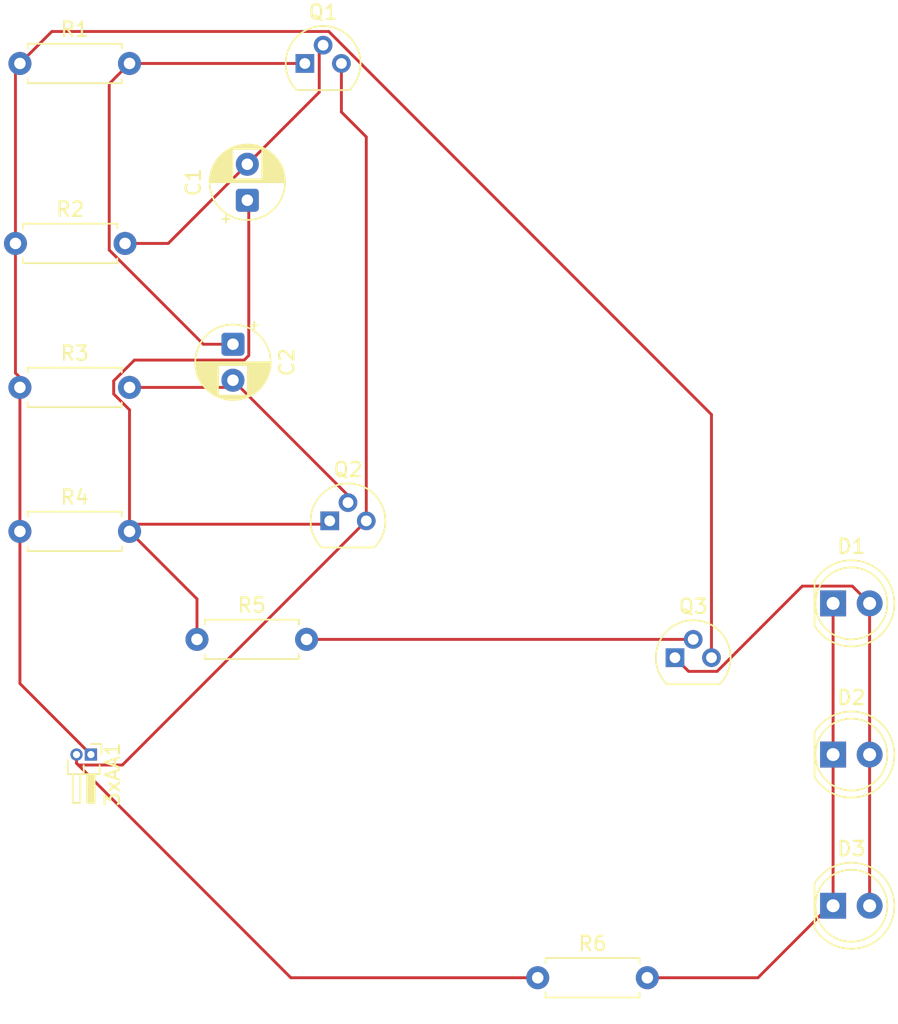
<source format=kicad_pcb>
(kicad_pcb (version 20241229) (generator "pcbnew") (generator_version "9.0")
  (layers (0 "F.Cu" signal) (2 "B.Cu" signal) (13 "F.Paste" user) (15 "B.Paste" user) (5 "F.SilkS" user "F.Silkscreen") (7 "B.SilkS" user "B.Silkscreen") (1 "F.Mask" user) (3 "B.Mask" user) (25 "Edge.Cuts" user))
  (net 0 "")
  (net 1 "Net-(3xAA1-+)")
  (net 2 "Net-(3xAA1--)")
  (net 3 "Net-(Q1-B)")
  (net 4 "Net-(Q2-C)")
  (net 5 "Net-(Q2-B)")
  (net 6 "Net-(Q1-C)")
  (net 7 "Net-(D1-K)")
  (net 8 "Net-(D1-A)")
  (net 9 "Net-(Q3-B)")
  (footprint "Package_TO_SOT_THT:TO-92" (layer "F.Cu") (at 87.5 21.5)
    (property "Reference" "Q1" (at 1.27 -3.56 0) (layer "F.SilkS"))
    (property "Value" "NPN")
    (fp_line (start -0.53 1.85) (end 3.07 1.85) (stroke (width 0.12)) (layer "F.SilkS"))
    (fp_arc (start -0.568478 1.838478) (mid -1.132087 -0.994977) (end 1.27 -2.6) (stroke (width 0.12)) (layer "F.SilkS"))
    (fp_arc (start 1.27 -2.6) (mid 3.672087 -0.994977) (end 3.108478 1.838478) (stroke (width 0.12)) (layer "F.SilkS"))
    (pad "1" thru_hole rect (at 0 0) (size 1.3 1.3) (drill 0.75) (layers "*.Cu" "*.Mask") (net 6 "Net-(Q1-C)"))
    (pad "2" thru_hole circle (at 1.27 -1.27) (size 1.3 1.3) (drill 0.75) (layers "*.Cu" "*.Mask") (net 3 "Net-(Q1-B)"))
    (pad "3" thru_hole circle (at 2.54 0) (size 1.3 1.3) (drill 0.75) (layers "*.Cu" "*.Mask") (net 2 "Net-(3xAA1--)"))
  )
  (footprint "Capacitor_THT:CP_Radial_D5.0mm_P2.50mm" (layer "F.Cu") (at 83.5 31 90)
    (property "Reference" "C1" (at 1.25 -3.75 90) (layer "F.SilkS"))
    (property "Value" "10μF")
    (fp_line (start 1.29 -2.58) (end 1.29 2.58) (stroke (width 0.12)) (layer "F.SilkS"))
    (fp_line (start 1.25 -2.58) (end 1.25 2.58) (stroke (width 0.12)) (layer "F.SilkS"))
    (fp_line (start 1.33 -2.579) (end 1.33 2.579) (stroke (width 0.12)) (layer "F.SilkS"))
    (fp_line (start 1.37 -2.577) (end 1.37 2.577) (stroke (width 0.12)) (layer "F.SilkS"))
    (fp_line (start 1.41 -2.575) (end 1.41 2.575) (stroke (width 0.12)) (layer "F.SilkS"))
    (fp_line (start 1.45 -2.572) (end 1.45 2.572) (stroke (width 0.12)) (layer "F.SilkS"))
    (fp_line (start 1.49 -2.569) (end 1.49 -1.04) (stroke (width 0.12)) (layer "F.SilkS"))
    (fp_line (start 1.53 -2.565) (end 1.53 -1.04) (stroke (width 0.12)) (layer "F.SilkS"))
    (fp_line (start 1.57 -2.56) (end 1.57 -1.04) (stroke (width 0.12)) (layer "F.SilkS"))
    (fp_line (start 1.61 -2.555) (end 1.61 -1.04) (stroke (width 0.12)) (layer "F.SilkS"))
    (fp_line (start 1.65 -2.549) (end 1.65 -1.04) (stroke (width 0.12)) (layer "F.SilkS"))
    (fp_line (start 1.69 -2.543) (end 1.69 -1.04) (stroke (width 0.12)) (layer "F.SilkS"))
    (fp_line (start 1.73 -2.536) (end 1.73 -1.04) (stroke (width 0.12)) (layer "F.SilkS"))
    (fp_line (start 1.77 -2.528) (end 1.77 -1.04) (stroke (width 0.12)) (layer "F.SilkS"))
    (fp_line (start 1.81 -2.519) (end 1.81 -1.04) (stroke (width 0.12)) (layer "F.SilkS"))
    (fp_line (start 1.85 -2.51) (end 1.85 -1.04) (stroke (width 0.12)) (layer "F.SilkS"))
    (fp_line (start 1.89 -2.501) (end 1.89 -1.04) (stroke (width 0.12)) (layer "F.SilkS"))
    (fp_line (start 1.93 -2.49) (end 1.93 -1.04) (stroke (width 0.12)) (layer "F.SilkS"))
    (fp_line (start 1.97 -2.479) (end 1.97 -1.04) (stroke (width 0.12)) (layer "F.SilkS"))
    (fp_line (start 2.01 -2.467) (end 2.01 -1.04) (stroke (width 0.12)) (layer "F.SilkS"))
    (fp_line (start 2.05 -2.455) (end 2.05 -1.04) (stroke (width 0.12)) (layer "F.SilkS"))
    (fp_line (start 2.09 -2.442) (end 2.09 -1.04) (stroke (width 0.12)) (layer "F.SilkS"))
    (fp_line (start 2.13 -2.428) (end 2.13 -1.04) (stroke (width 0.12)) (layer "F.SilkS"))
    (fp_line (start 2.17 -2.413) (end 2.17 -1.04) (stroke (width 0.12)) (layer "F.SilkS"))
    (fp_line (start 2.21 -2.398) (end 2.21 -1.04) (stroke (width 0.12)) (layer "F.SilkS"))
    (fp_line (start 2.25 -2.382) (end 2.25 -1.04) (stroke (width 0.12)) (layer "F.SilkS"))
    (fp_line (start 2.29 -2.365) (end 2.29 -1.04) (stroke (width 0.12)) (layer "F.SilkS"))
    (fp_line (start 2.33 -2.347) (end 2.33 -1.04) (stroke (width 0.12)) (layer "F.SilkS"))
    (fp_line (start 2.37 -2.329) (end 2.37 -1.04) (stroke (width 0.12)) (layer "F.SilkS"))
    (fp_line (start 2.41 -2.309) (end 2.41 -1.04) (stroke (width 0.12)) (layer "F.SilkS"))
    (fp_line (start 2.45 -2.289) (end 2.45 -1.04) (stroke (width 0.12)) (layer "F.SilkS"))
    (fp_line (start 2.49 -2.268) (end 2.49 -1.04) (stroke (width 0.12)) (layer "F.SilkS"))
    (fp_line (start 2.53 -2.246) (end 2.53 -1.04) (stroke (width 0.12)) (layer "F.SilkS"))
    (fp_line (start 2.57 -2.223) (end 2.57 -1.04) (stroke (width 0.12)) (layer "F.SilkS"))
    (fp_line (start 2.61 -2.199) (end 2.61 -1.04) (stroke (width 0.12)) (layer "F.SilkS"))
    (fp_line (start 2.65 -2.175) (end 2.65 -1.04) (stroke (width 0.12)) (layer "F.SilkS"))
    (fp_line (start 2.69 -2.149) (end 2.69 -1.04) (stroke (width 0.12)) (layer "F.SilkS"))
    (fp_line (start 2.73 -2.122) (end 2.73 -1.04) (stroke (width 0.12)) (layer "F.SilkS"))
    (fp_line (start 2.77 -2.094) (end 2.77 -1.04) (stroke (width 0.12)) (layer "F.SilkS"))
    (fp_line (start 2.81 -2.065) (end 2.81 -1.04) (stroke (width 0.12)) (layer "F.SilkS"))
    (fp_line (start 2.85 -2.035) (end 2.85 -1.04) (stroke (width 0.12)) (layer "F.SilkS"))
    (fp_line (start 2.89 -2.003) (end 2.89 -1.04) (stroke (width 0.12)) (layer "F.SilkS"))
    (fp_line (start 2.93 -1.97) (end 2.93 -1.04) (stroke (width 0.12)) (layer "F.SilkS"))
    (fp_line (start 2.97 -1.936) (end 2.97 -1.04) (stroke (width 0.12)) (layer "F.SilkS"))
    (fp_line (start 3.01 -1.901) (end 3.01 -1.04) (stroke (width 0.12)) (layer "F.SilkS"))
    (fp_line (start 3.05 -1.864) (end 3.05 -1.04) (stroke (width 0.12)) (layer "F.SilkS"))
    (fp_line (start 3.09 -1.825) (end 3.09 -1.04) (stroke (width 0.12)) (layer "F.SilkS"))
    (fp_line (start 3.13 -1.785) (end 3.13 -1.04) (stroke (width 0.12)) (layer "F.SilkS"))
    (fp_line (start 3.17 -1.743) (end 3.17 -1.04) (stroke (width 0.12)) (layer "F.SilkS"))
    (fp_line (start -1.304775 -1.725) (end -1.304775 -1.225) (stroke (width 0.12)) (layer "F.SilkS"))
    (fp_line (start 3.21 -1.699) (end 3.21 -1.04) (stroke (width 0.12)) (layer "F.SilkS"))
    (fp_line (start 3.25 -1.652) (end 3.25 -1.04) (stroke (width 0.12)) (layer "F.SilkS"))
    (fp_line (start 3.29 -1.604) (end 3.29 -1.04) (stroke (width 0.12)) (layer "F.SilkS"))
    (fp_line (start 3.33 -1.553) (end 3.33 -1.04) (stroke (width 0.12)) (layer "F.SilkS"))
    (fp_line (start 3.37 -1.499) (end 3.37 -1.04) (stroke (width 0.12)) (layer "F.SilkS"))
    (fp_line (start -1.554775 -1.475) (end -1.054775 -1.475) (stroke (width 0.12)) (layer "F.SilkS"))
    (fp_line (start 3.41 -1.443) (end 3.41 -1.04) (stroke (width 0.12)) (layer "F.SilkS"))
    (fp_line (start 3.45 -1.383) (end 3.45 -1.04) (stroke (width 0.12)) (layer "F.SilkS"))
    (fp_line (start 3.49 -1.319) (end 3.49 -1.04) (stroke (width 0.12)) (layer "F.SilkS"))
    (fp_line (start 3.53 -1.251) (end 3.53 -1.04) (stroke (width 0.12)) (layer "F.SilkS"))
    (fp_line (start 3.57 -1.177) (end 3.57 1.177) (stroke (width 0.12)) (layer "F.SilkS"))
    (fp_line (start 3.61 -1.098) (end 3.61 1.098) (stroke (width 0.12)) (layer "F.SilkS"))
    (fp_line (start 3.65 -1.011) (end 3.65 1.011) (stroke (width 0.12)) (layer "F.SilkS"))
    (fp_line (start 3.69 -0.914) (end 3.69 0.914) (stroke (width 0.12)) (layer "F.SilkS"))
    (fp_line (start 3.73 -0.805) (end 3.73 0.805) (stroke (width 0.12)) (layer "F.SilkS"))
    (fp_line (start 3.77 -0.677) (end 3.77 0.677) (stroke (width 0.12)) (layer "F.SilkS"))
    (fp_line (start 3.81 -0.517) (end 3.81 0.517) (stroke (width 0.12)) (layer "F.SilkS"))
    (fp_line (start 3.85 -0.283) (end 3.85 0.283) (stroke (width 0.12)) (layer "F.SilkS"))
    (fp_line (start 3.53 1.04) (end 3.53 1.251) (stroke (width 0.12)) (layer "F.SilkS"))
    (fp_line (start 3.49 1.04) (end 3.49 1.319) (stroke (width 0.12)) (layer "F.SilkS"))
    (fp_line (start 3.45 1.04) (end 3.45 1.383) (stroke (width 0.12)) (layer "F.SilkS"))
    (fp_line (start 3.41 1.04) (end 3.41 1.443) (stroke (width 0.12)) (layer "F.SilkS"))
    (fp_line (start 3.37 1.04) (end 3.37 1.499) (stroke (width 0.12)) (layer "F.SilkS"))
    (fp_line (start 3.33 1.04) (end 3.33 1.553) (stroke (width 0.12)) (layer "F.SilkS"))
    (fp_line (start 3.29 1.04) (end 3.29 1.604) (stroke (width 0.12)) (layer "F.SilkS"))
    (fp_line (start 3.25 1.04) (end 3.25 1.652) (stroke (width 0.12)) (layer "F.SilkS"))
    (fp_line (start 3.21 1.04) (end 3.21 1.699) (stroke (width 0.12)) (layer "F.SilkS"))
    (fp_line (start 3.17 1.04) (end 3.17 1.743) (stroke (width 0.12)) (layer "F.SilkS"))
    (fp_line (start 3.13 1.04) (end 3.13 1.785) (stroke (width 0.12)) (layer "F.SilkS"))
    (fp_line (start 3.09 1.04) (end 3.09 1.825) (stroke (width 0.12)) (layer "F.SilkS"))
    (fp_line (start 3.05 1.04) (end 3.05 1.864) (stroke (width 0.12)) (layer "F.SilkS"))
    (fp_line (start 3.01 1.04) (end 3.01 1.901) (stroke (width 0.12)) (layer "F.SilkS"))
    (fp_line (start 2.97 1.04) (end 2.97 1.936) (stroke (width 0.12)) (layer "F.SilkS"))
    (fp_line (start 2.93 1.04) (end 2.93 1.97) (stroke (width 0.12)) (layer "F.SilkS"))
    (fp_line (start 2.89 1.04) (end 2.89 2.003) (stroke (width 0.12)) (layer "F.SilkS"))
    (fp_line (start 2.85 1.04) (end 2.85 2.035) (stroke (width 0.12)) (layer "F.SilkS"))
    (fp_line (start 2.81 1.04) (end 2.81 2.065) (stroke (width 0.12)) (layer "F.SilkS"))
    (fp_line (start 2.77 1.04) (end 2.77 2.094) (stroke (width 0.12)) (layer "F.SilkS"))
    (fp_line (start 2.73 1.04) (end 2.73 2.122) (stroke (width 0.12)) (layer "F.SilkS"))
    (fp_line (start 2.69 1.04) (end 2.69 2.149) (stroke (width 0.12)) (layer "F.SilkS"))
    (fp_line (start 2.65 1.04) (end 2.65 2.175) (stroke (width 0.12)) (layer "F.SilkS"))
    (fp_line (start 2.61 1.04) (end 2.61 2.199) (stroke (width 0.12)) (layer "F.SilkS"))
    (fp_line (start 2.57 1.04) (end 2.57 2.223) (stroke (width 0.12)) (layer "F.SilkS"))
    (fp_line (start 2.53 1.04) (end 2.53 2.246) (stroke (width 0.12)) (layer "F.SilkS"))
    (fp_line (start 2.49 1.04) (end 2.49 2.268) (stroke (width 0.12)) (layer "F.SilkS"))
    (fp_line (start 2.45 1.04) (end 2.45 2.289) (stroke (width 0.12)) (layer "F.SilkS"))
    (fp_line (start 2.41 1.04) (end 2.41 2.309) (stroke (width 0.12)) (layer "F.SilkS"))
    (fp_line (start 2.37 1.04) (end 2.37 2.329) (stroke (width 0.12)) (layer "F.SilkS"))
    (fp_line (start 2.33 1.04) (end 2.33 2.347) (stroke (width 0.12)) (layer "F.SilkS"))
    (fp_line (start 2.29 1.04) (end 2.29 2.365) (stroke (width 0.12)) (layer "F.SilkS"))
    (fp_line (start 2.25 1.04) (end 2.25 2.382) (stroke (width 0.12)) (layer "F.SilkS"))
    (fp_line (start 2.21 1.04) (end 2.21 2.398) (stroke (width 0.12)) (layer "F.SilkS"))
    (fp_line (start 2.17 1.04) (end 2.17 2.413) (stroke (width 0.12)) (layer "F.SilkS"))
    (fp_line (start 2.13 1.04) (end 2.13 2.428) (stroke (width 0.12)) (layer "F.SilkS"))
    (fp_line (start 2.09 1.04) (end 2.09 2.442) (stroke (width 0.12)) (layer "F.SilkS"))
    (fp_line (start 2.05 1.04) (end 2.05 2.455) (stroke (width 0.12)) (layer "F.SilkS"))
    (fp_line (start 2.01 1.04) (end 2.01 2.467) (stroke (width 0.12)) (layer "F.SilkS"))
    (fp_line (start 1.97 1.04) (end 1.97 2.479) (stroke (width 0.12)) (layer "F.SilkS"))
    (fp_line (start 1.93 1.04) (end 1.93 2.49) (stroke (width 0.12)) (layer "F.SilkS"))
    (fp_line (start 1.89 1.04) (end 1.89 2.501) (stroke (width 0.12)) (layer "F.SilkS"))
    (fp_line (start 1.85 1.04) (end 1.85 2.51) (stroke (width 0.12)) (layer "F.SilkS"))
    (fp_line (start 1.81 1.04) (end 1.81 2.519) (stroke (width 0.12)) (layer "F.SilkS"))
    (fp_line (start 1.77 1.04) (end 1.77 2.528) (stroke (width 0.12)) (layer "F.SilkS"))
    (fp_line (start 1.73 1.04) (end 1.73 2.536) (stroke (width 0.12)) (layer "F.SilkS"))
    (fp_line (start 1.69 1.04) (end 1.69 2.543) (stroke (width 0.12)) (layer "F.SilkS"))
    (fp_line (start 1.65 1.04) (end 1.65 2.549) (stroke (width 0.12)) (layer "F.SilkS"))
    (fp_line (start 1.61 1.04) (end 1.61 2.555) (stroke (width 0.12)) (layer "F.SilkS"))
    (fp_line (start 1.57 1.04) (end 1.57 2.56) (stroke (width 0.12)) (layer "F.SilkS"))
    (fp_line (start 1.53 1.04) (end 1.53 2.565) (stroke (width 0.12)) (layer "F.SilkS"))
    (fp_line (start 1.49 1.04) (end 1.49 2.569) (stroke (width 0.12)) (layer "F.SilkS"))
    (fp_circle (center 1.25 0) (end 3.87 0) (stroke (width 0.12)) (fill no) (layer "F.SilkS"))
    (pad "1" thru_hole roundrect (at 0 0 90) (size 1.6 1.6) (drill 0.8) (layers "*.Cu" "*.Mask") (roundrect_rratio 0.15625) (net 4 "Net-(Q2-C)"))
    (pad "2" thru_hole circle (at 2.5 0 90) (size 1.6 1.6) (drill 0.8) (layers "*.Cu" "*.Mask") (net 3 "Net-(Q1-B)"))
  )
  (footprint "Resistor_THT:R_Axial_DIN0207_L6.3mm_D2.5mm_P7.62mm_Horizontal" (layer "F.Cu") (at 67.38 34)
    (property "Reference" "R2" (at 3.81 -2.37 0) (layer "F.SilkS"))
    (property "Value" "10kΩ")
    (fp_line (start 0.54 -1.37) (end 7.08 -1.37) (stroke (width 0.12)) (layer "F.SilkS"))
    (fp_line (start 0.54 -1.04) (end 0.54 -1.37) (stroke (width 0.12)) (layer "F.SilkS"))
    (fp_line (start 0.54 1.04) (end 0.54 1.37) (stroke (width 0.12)) (layer "F.SilkS"))
    (fp_line (start 0.54 1.37) (end 7.08 1.37) (stroke (width 0.12)) (layer "F.SilkS"))
    (fp_line (start 7.08 -1.37) (end 7.08 -1.04) (stroke (width 0.12)) (layer "F.SilkS"))
    (fp_line (start 7.08 1.37) (end 7.08 1.04) (stroke (width 0.12)) (layer "F.SilkS"))
    (pad "1" thru_hole circle (at 0 0) (size 1.6 1.6) (drill 0.8) (layers "*.Cu" "*.Mask") (net 1 "Net-(3xAA1-+)"))
    (pad "2" thru_hole circle (at 7.62 0) (size 1.6 1.6) (drill 0.8) (layers "*.Cu" "*.Mask") (net 3 "Net-(Q1-B)"))
  )
  (footprint "Resistor_THT:R_Axial_DIN0207_L6.3mm_D2.5mm_P7.62mm_Horizontal" (layer "F.Cu") (at 67.69 21.5)
    (property "Reference" "R1" (at 3.81 -2.37 0) (layer "F.SilkS"))
    (property "Value" "1kΩ")
    (fp_line (start 0.54 -1.37) (end 7.08 -1.37) (stroke (width 0.12)) (layer "F.SilkS"))
    (fp_line (start 0.54 -1.04) (end 0.54 -1.37) (stroke (width 0.12)) (layer "F.SilkS"))
    (fp_line (start 0.54 1.04) (end 0.54 1.37) (stroke (width 0.12)) (layer "F.SilkS"))
    (fp_line (start 0.54 1.37) (end 7.08 1.37) (stroke (width 0.12)) (layer "F.SilkS"))
    (fp_line (start 7.08 -1.37) (end 7.08 -1.04) (stroke (width 0.12)) (layer "F.SilkS"))
    (fp_line (start 7.08 1.37) (end 7.08 1.04) (stroke (width 0.12)) (layer "F.SilkS"))
    (pad "1" thru_hole circle (at 0 0) (size 1.6 1.6) (drill 0.8) (layers "*.Cu" "*.Mask") (net 1 "Net-(3xAA1-+)"))
    (pad "2" thru_hole circle (at 7.62 0) (size 1.6 1.6) (drill 0.8) (layers "*.Cu" "*.Mask") (net 6 "Net-(Q1-C)"))
  )
  (footprint "Resistor_THT:R_Axial_DIN0207_L6.3mm_D2.5mm_P7.62mm_Horizontal" (layer "F.Cu") (at 67.69 44)
    (property "Reference" "R3" (at 3.81 -2.37 0) (layer "F.SilkS"))
    (property "Value" "10kΩ")
    (fp_line (start 0.54 -1.37) (end 7.08 -1.37) (stroke (width 0.12)) (layer "F.SilkS"))
    (fp_line (start 0.54 -1.04) (end 0.54 -1.37) (stroke (width 0.12)) (layer "F.SilkS"))
    (fp_line (start 0.54 1.04) (end 0.54 1.37) (stroke (width 0.12)) (layer "F.SilkS"))
    (fp_line (start 0.54 1.37) (end 7.08 1.37) (stroke (width 0.12)) (layer "F.SilkS"))
    (fp_line (start 7.08 -1.37) (end 7.08 -1.04) (stroke (width 0.12)) (layer "F.SilkS"))
    (fp_line (start 7.08 1.37) (end 7.08 1.04) (stroke (width 0.12)) (layer "F.SilkS"))
    (pad "1" thru_hole circle (at 0 0) (size 1.6 1.6) (drill 0.8) (layers "*.Cu" "*.Mask") (net 1 "Net-(3xAA1-+)"))
    (pad "2" thru_hole circle (at 7.62 0) (size 1.6 1.6) (drill 0.8) (layers "*.Cu" "*.Mask") (net 5 "Net-(Q2-B)"))
  )
  (footprint "Resistor_THT:R_Axial_DIN0207_L6.3mm_D2.5mm_P7.62mm_Horizontal" (layer "F.Cu") (at 80 61.5)
    (property "Reference" "R5" (at 3.81 -2.37 0) (layer "F.SilkS"))
    (property "Value" "1kΩ")
    (fp_line (start 0.54 -1.37) (end 7.08 -1.37) (stroke (width 0.12)) (layer "F.SilkS"))
    (fp_line (start 0.54 -1.04) (end 0.54 -1.37) (stroke (width 0.12)) (layer "F.SilkS"))
    (fp_line (start 0.54 1.04) (end 0.54 1.37) (stroke (width 0.12)) (layer "F.SilkS"))
    (fp_line (start 0.54 1.37) (end 7.08 1.37) (stroke (width 0.12)) (layer "F.SilkS"))
    (fp_line (start 7.08 -1.37) (end 7.08 -1.04) (stroke (width 0.12)) (layer "F.SilkS"))
    (fp_line (start 7.08 1.37) (end 7.08 1.04) (stroke (width 0.12)) (layer "F.SilkS"))
    (pad "1" thru_hole circle (at 0 0) (size 1.6 1.6) (drill 0.8) (layers "*.Cu" "*.Mask") (net 4 "Net-(Q2-C)"))
    (pad "2" thru_hole circle (at 7.62 0) (size 1.6 1.6) (drill 0.8) (layers "*.Cu" "*.Mask") (net 9 "Net-(Q3-B)"))
  )
  (footprint "Package_TO_SOT_THT:TO-92" (layer "F.Cu") (at 113.23 62.77)
    (property "Reference" "Q3" (at 1.27 -3.56 0) (layer "F.SilkS"))
    (property "Value" "PNP")
    (fp_line (start -0.53 1.85) (end 3.07 1.85) (stroke (width 0.12)) (layer "F.SilkS"))
    (fp_arc (start -0.568478 1.838478) (mid -1.132087 -0.994977) (end 1.27 -2.6) (stroke (width 0.12)) (layer "F.SilkS"))
    (fp_arc (start 1.27 -2.6) (mid 3.672087 -0.994977) (end 3.108478 1.838478) (stroke (width 0.12)) (layer "F.SilkS"))
    (pad "1" thru_hole rect (at 0 0) (size 1.3 1.3) (drill 0.75) (layers "*.Cu" "*.Mask") (net 8 "Net-(D1-A)"))
    (pad "2" thru_hole circle (at 1.27 -1.27) (size 1.3 1.3) (drill 0.75) (layers "*.Cu" "*.Mask") (net 9 "Net-(Q3-B)"))
    (pad "3" thru_hole circle (at 2.54 0) (size 1.3 1.3) (drill 0.75) (layers "*.Cu" "*.Mask") (net 1 "Net-(3xAA1-+)"))
  )
  (footprint "Connector_PinHeader_1.00mm:PinHeader_1x02_P1.00mm_Horizontal" (layer "F.Cu") (at 72.625 69.5 -90)
    (property "Reference" "3xAA1" (at 1.375 -1.5 90) (layer "F.SilkS"))
    (property "Value" "4,5V")
    (fp_line (start 1.36 1.61) (end 0.41003 1.61) (stroke (width 0.12)) (layer "F.SilkS"))
    (fp_line (start 3.36 1.26) (end 1.36 1.26) (stroke (width 0.12)) (layer "F.SilkS"))
    (fp_line (start 1.36 0.74) (end 3.36 0.74) (stroke (width 0.12)) (layer "F.SilkS"))
    (fp_line (start 3.36 0.74) (end 3.36 1.26) (stroke (width 0.12)) (layer "F.SilkS"))
    (fp_line (start 0.735 0.5) (end 1.36 0.5) (stroke (width 0.12)) (layer "F.SilkS"))
    (fp_line (start -0.735 0) (end -0.735 -0.735) (stroke (width 0.12)) (layer "F.SilkS"))
    (fp_line (start 0.735 -0.61) (end 1.36 -0.61) (stroke (width 0.12)) (layer "F.SilkS"))
    (fp_line (start 1.36 -0.61) (end 1.36 1.61) (stroke (width 0.12)) (layer "F.SilkS"))
    (fp_line (start -0.735 -0.735) (end 0 -0.735) (stroke (width 0.12)) (layer "F.SilkS"))
    (fp_rect (start 1.36 -0.26) (end 3.36 0.26) (stroke (width 0.12)) (fill yes) (layer "F.SilkS"))
    (pad "1" thru_hole rect (at 0 0 270) (size 0.85 0.85) (drill 0.5) (layers "*.Cu" "*.Mask") (net 1 "Net-(3xAA1-+)"))
    (pad "2" thru_hole circle (at 0 1 270) (size 0.85 0.85) (drill 0.5) (layers "*.Cu" "*.Mask") (net 2 "Net-(3xAA1--)"))
  )
  (footprint "Capacitor_THT:CP_Radial_D5.0mm_P2.50mm" (layer "F.Cu") (at 82.5 41 -90)
    (property "Reference" "C2" (at 1.25 -3.75 90) (layer "F.SilkS"))
    (property "Value" "2,2µF")
    (fp_line (start 1.49 1.04) (end 1.49 2.569) (stroke (width 0.12)) (layer "F.SilkS"))
    (fp_line (start 1.53 1.04) (end 1.53 2.565) (stroke (width 0.12)) (layer "F.SilkS"))
    (fp_line (start 1.57 1.04) (end 1.57 2.56) (stroke (width 0.12)) (layer "F.SilkS"))
    (fp_line (start 1.61 1.04) (end 1.61 2.555) (stroke (width 0.12)) (layer "F.SilkS"))
    (fp_line (start 1.65 1.04) (end 1.65 2.549) (stroke (width 0.12)) (layer "F.SilkS"))
    (fp_line (start 1.69 1.04) (end 1.69 2.543) (stroke (width 0.12)) (layer "F.SilkS"))
    (fp_line (start 1.73 1.04) (end 1.73 2.536) (stroke (width 0.12)) (layer "F.SilkS"))
    (fp_line (start 1.77 1.04) (end 1.77 2.528) (stroke (width 0.12)) (layer "F.SilkS"))
    (fp_line (start 1.81 1.04) (end 1.81 2.519) (stroke (width 0.12)) (layer "F.SilkS"))
    (fp_line (start 1.85 1.04) (end 1.85 2.51) (stroke (width 0.12)) (layer "F.SilkS"))
    (fp_line (start 1.89 1.04) (end 1.89 2.501) (stroke (width 0.12)) (layer "F.SilkS"))
    (fp_line (start 1.93 1.04) (end 1.93 2.49) (stroke (width 0.12)) (layer "F.SilkS"))
    (fp_line (start 1.97 1.04) (end 1.97 2.479) (stroke (width 0.12)) (layer "F.SilkS"))
    (fp_line (start 2.01 1.04) (end 2.01 2.467) (stroke (width 0.12)) (layer "F.SilkS"))
    (fp_line (start 2.05 1.04) (end 2.05 2.455) (stroke (width 0.12)) (layer "F.SilkS"))
    (fp_line (start 2.09 1.04) (end 2.09 2.442) (stroke (width 0.12)) (layer "F.SilkS"))
    (fp_line (start 2.13 1.04) (end 2.13 2.428) (stroke (width 0.12)) (layer "F.SilkS"))
    (fp_line (start 2.17 1.04) (end 2.17 2.413) (stroke (width 0.12)) (layer "F.SilkS"))
    (fp_line (start 2.21 1.04) (end 2.21 2.398) (stroke (width 0.12)) (layer "F.SilkS"))
    (fp_line (start 2.25 1.04) (end 2.25 2.382) (stroke (width 0.12)) (layer "F.SilkS"))
    (fp_line (start 2.29 1.04) (end 2.29 2.365) (stroke (width 0.12)) (layer "F.SilkS"))
    (fp_line (start 2.33 1.04) (end 2.33 2.347) (stroke (width 0.12)) (layer "F.SilkS"))
    (fp_line (start 2.37 1.04) (end 2.37 2.329) (stroke (width 0.12)) (layer "F.SilkS"))
    (fp_line (start 2.41 1.04) (end 2.41 2.309) (stroke (width 0.12)) (layer "F.SilkS"))
    (fp_line (start 2.45 1.04) (end 2.45 2.289) (stroke (width 0.12)) (layer "F.SilkS"))
    (fp_line (start 2.49 1.04) (end 2.49 2.268) (stroke (width 0.12)) (layer "F.SilkS"))
    (fp_line (start 2.53 1.04) (end 2.53 2.246) (stroke (width 0.12)) (layer "F.SilkS"))
    (fp_line (start 2.57 1.04) (end 2.57 2.223) (stroke (width 0.12)) (layer "F.SilkS"))
    (fp_line (start 2.61 1.04) (end 2.61 2.199) (stroke (width 0.12)) (layer "F.SilkS"))
    (fp_line (start 2.65 1.04) (end 2.65 2.175) (stroke (width 0.12)) (layer "F.SilkS"))
    (fp_line (start 2.69 1.04) (end 2.69 2.149) (stroke (width 0.12)) (layer "F.SilkS"))
    (fp_line (start 2.73 1.04) (end 2.73 2.122) (stroke (width 0.12)) (layer "F.SilkS"))
    (fp_line (start 2.77 1.04) (end 2.77 2.094) (stroke (width 0.12)) (layer "F.SilkS"))
    (fp_line (start 2.81 1.04) (end 2.81 2.065) (stroke (width 0.12)) (layer "F.SilkS"))
    (fp_line (start 2.85 1.04) (end 2.85 2.035) (stroke (width 0.12)) (layer "F.SilkS"))
    (fp_line (start 2.89 1.04) (end 2.89 2.003) (stroke (width 0.12)) (layer "F.SilkS"))
    (fp_line (start 2.93 1.04) (end 2.93 1.97) (stroke (width 0.12)) (layer "F.SilkS"))
    (fp_line (start 2.97 1.04) (end 2.97 1.936) (stroke (width 0.12)) (layer "F.SilkS"))
    (fp_line (start 3.01 1.04) (end 3.01 1.901) (stroke (width 0.12)) (layer "F.SilkS"))
    (fp_line (start 3.05 1.04) (end 3.05 1.864) (stroke (width 0.12)) (layer "F.SilkS"))
    (fp_line (start 3.09 1.04) (end 3.09 1.825) (stroke (width 0.12)) (layer "F.SilkS"))
    (fp_line (start 3.13 1.04) (end 3.13 1.785) (stroke (width 0.12)) (layer "F.SilkS"))
    (fp_line (start 3.17 1.04) (end 3.17 1.743) (stroke (width 0.12)) (layer "F.SilkS"))
    (fp_line (start 3.21 1.04) (end 3.21 1.699) (stroke (width 0.12)) (layer "F.SilkS"))
    (fp_line (start 3.25 1.04) (end 3.25 1.652) (stroke (width 0.12)) (layer "F.SilkS"))
    (fp_line (start 3.29 1.04) (end 3.29 1.604) (stroke (width 0.12)) (layer "F.SilkS"))
    (fp_line (start 3.33 1.04) (end 3.33 1.553) (stroke (width 0.12)) (layer "F.SilkS"))
    (fp_line (start 3.37 1.04) (end 3.37 1.499) (stroke (width 0.12)) (layer "F.SilkS"))
    (fp_line (start 3.41 1.04) (end 3.41 1.443) (stroke (width 0.12)) (layer "F.SilkS"))
    (fp_line (start 3.45 1.04) (end 3.45 1.383) (stroke (width 0.12)) (layer "F.SilkS"))
    (fp_line (start 3.49 1.04) (end 3.49 1.319) (stroke (width 0.12)) (layer "F.SilkS"))
    (fp_line (start 3.53 1.04) (end 3.53 1.251) (stroke (width 0.12)) (layer "F.SilkS"))
    (fp_line (start 3.85 -0.283) (end 3.85 0.283) (stroke (width 0.12)) (layer "F.SilkS"))
    (fp_line (start 3.81 -0.517) (end 3.81 0.517) (stroke (width 0.12)) (layer "F.SilkS"))
    (fp_line (start 3.77 -0.677) (end 3.77 0.677) (stroke (width 0.12)) (layer "F.SilkS"))
    (fp_line (start 3.73 -0.805) (end 3.73 0.805) (stroke (width 0.12)) (layer "F.SilkS"))
    (fp_line (start 3.69 -0.914) (end 3.69 0.914) (stroke (width 0.12)) (layer "F.SilkS"))
    (fp_line (start 3.65 -1.011) (end 3.65 1.011) (stroke (width 0.12)) (layer "F.SilkS"))
    (fp_line (start 3.61 -1.098) (end 3.61 1.098) (stroke (width 0.12)) (layer "F.SilkS"))
    (fp_line (start 3.57 -1.177) (end 3.57 1.177) (stroke (width 0.12)) (layer "F.SilkS"))
    (fp_line (start 3.53 -1.251) (end 3.53 -1.04) (stroke (width 0.12)) (layer "F.SilkS"))
    (fp_line (start 3.49 -1.319) (end 3.49 -1.04) (stroke (width 0.12)) (layer "F.SilkS"))
    (fp_line (start 3.45 -1.383) (end 3.45 -1.04) (stroke (width 0.12)) (layer "F.SilkS"))
    (fp_line (start 3.41 -1.443) (end 3.41 -1.04) (stroke (width 0.12)) (layer "F.SilkS"))
    (fp_line (start -1.554775 -1.475) (end -1.054775 -1.475) (stroke (width 0.12)) (layer "F.SilkS"))
    (fp_line (start 3.37 -1.499) (end 3.37 -1.04) (stroke (width 0.12)) (layer "F.SilkS"))
    (fp_line (start 3.33 -1.553) (end 3.33 -1.04) (stroke (width 0.12)) (layer "F.SilkS"))
    (fp_line (start 3.29 -1.604) (end 3.29 -1.04) (stroke (width 0.12)) (layer "F.SilkS"))
    (fp_line (start 3.25 -1.652) (end 3.25 -1.04) (stroke (width 0.12)) (layer "F.SilkS"))
    (fp_line (start 3.21 -1.699) (end 3.21 -1.04) (stroke (width 0.12)) (layer "F.SilkS"))
    (fp_line (start -1.304775 -1.725) (end -1.304775 -1.225) (stroke (width 0.12)) (layer "F.SilkS"))
    (fp_line (start 3.17 -1.743) (end 3.17 -1.04) (stroke (width 0.12)) (layer "F.SilkS"))
    (fp_line (start 3.13 -1.785) (end 3.13 -1.04) (stroke (width 0.12)) (layer "F.SilkS"))
    (fp_line (start 3.09 -1.825) (end 3.09 -1.04) (stroke (width 0.12)) (layer "F.SilkS"))
    (fp_line (start 3.05 -1.864) (end 3.05 -1.04) (stroke (width 0.12)) (layer "F.SilkS"))
    (fp_line (start 3.01 -1.901) (end 3.01 -1.04) (stroke (width 0.12)) (layer "F.SilkS"))
    (fp_line (start 2.97 -1.936) (end 2.97 -1.04) (stroke (width 0.12)) (layer "F.SilkS"))
    (fp_line (start 2.93 -1.97) (end 2.93 -1.04) (stroke (width 0.12)) (layer "F.SilkS"))
    (fp_line (start 2.89 -2.003) (end 2.89 -1.04) (stroke (width 0.12)) (layer "F.SilkS"))
    (fp_line (start 2.85 -2.035) (end 2.85 -1.04) (stroke (width 0.12)) (layer "F.SilkS"))
    (fp_line (start 2.81 -2.065) (end 2.81 -1.04) (stroke (width 0.12)) (layer "F.SilkS"))
    (fp_line (start 2.77 -2.094) (end 2.77 -1.04) (stroke (width 0.12)) (layer "F.SilkS"))
    (fp_line (start 2.73 -2.122) (end 2.73 -1.04) (stroke (width 0.12)) (layer "F.SilkS"))
    (fp_line (start 2.69 -2.149) (end 2.69 -1.04) (stroke (width 0.12)) (layer "F.SilkS"))
    (fp_line (start 2.65 -2.175) (end 2.65 -1.04) (stroke (width 0.12)) (layer "F.SilkS"))
    (fp_line (start 2.61 -2.199) (end 2.61 -1.04) (stroke (width 0.12)) (layer "F.SilkS"))
    (fp_line (start 2.57 -2.223) (end 2.57 -1.04) (stroke (width 0.12)) (layer "F.SilkS"))
    (fp_line (start 2.53 -2.246) (end 2.53 -1.04) (stroke (width 0.12)) (layer "F.SilkS"))
    (fp_line (start 2.49 -2.268) (end 2.49 -1.04) (stroke (width 0.12)) (layer "F.SilkS"))
    (fp_line (start 2.45 -2.289) (end 2.45 -1.04) (stroke (width 0.12)) (layer "F.SilkS"))
    (fp_line (start 2.41 -2.309) (end 2.41 -1.04) (stroke (width 0.12)) (layer "F.SilkS"))
    (fp_line (start 2.37 -2.329) (end 2.37 -1.04) (stroke (width 0.12)) (layer "F.SilkS"))
    (fp_line (start 2.33 -2.347) (end 2.33 -1.04) (stroke (width 0.12)) (layer "F.SilkS"))
    (fp_line (start 2.29 -2.365) (end 2.29 -1.04) (stroke (width 0.12)) (layer "F.SilkS"))
    (fp_line (start 2.25 -2.382) (end 2.25 -1.04) (stroke (width 0.12)) (layer "F.SilkS"))
    (fp_line (start 2.21 -2.398) (end 2.21 -1.04) (stroke (width 0.12)) (layer "F.SilkS"))
    (fp_line (start 2.17 -2.413) (end 2.17 -1.04) (stroke (width 0.12)) (layer "F.SilkS"))
    (fp_line (start 2.13 -2.428) (end 2.13 -1.04) (stroke (width 0.12)) (layer "F.SilkS"))
    (fp_line (start 2.09 -2.442) (end 2.09 -1.04) (stroke (width 0.12)) (layer "F.SilkS"))
    (fp_line (start 2.05 -2.455) (end 2.05 -1.04) (stroke (width 0.12)) (layer "F.SilkS"))
    (fp_line (start 2.01 -2.467) (end 2.01 -1.04) (stroke (width 0.12)) (layer "F.SilkS"))
    (fp_line (start 1.97 -2.479) (end 1.97 -1.04) (stroke (width 0.12)) (layer "F.SilkS"))
    (fp_line (start 1.93 -2.49) (end 1.93 -1.04) (stroke (width 0.12)) (layer "F.SilkS"))
    (fp_line (start 1.89 -2.501) (end 1.89 -1.04) (stroke (width 0.12)) (layer "F.SilkS"))
    (fp_line (start 1.85 -2.51) (end 1.85 -1.04) (stroke (width 0.12)) (layer "F.SilkS"))
    (fp_line (start 1.81 -2.519) (end 1.81 -1.04) (stroke (width 0.12)) (layer "F.SilkS"))
    (fp_line (start 1.77 -2.528) (end 1.77 -1.04) (stroke (width 0.12)) (layer "F.SilkS"))
    (fp_line (start 1.73 -2.536) (end 1.73 -1.04) (stroke (width 0.12)) (layer "F.SilkS"))
    (fp_line (start 1.69 -2.543) (end 1.69 -1.04) (stroke (width 0.12)) (layer "F.SilkS"))
    (fp_line (start 1.65 -2.549) (end 1.65 -1.04) (stroke (width 0.12)) (layer "F.SilkS"))
    (fp_line (start 1.61 -2.555) (end 1.61 -1.04) (stroke (width 0.12)) (layer "F.SilkS"))
    (fp_line (start 1.57 -2.56) (end 1.57 -1.04) (stroke (width 0.12)) (layer "F.SilkS"))
    (fp_line (start 1.53 -2.565) (end 1.53 -1.04) (stroke (width 0.12)) (layer "F.SilkS"))
    (fp_line (start 1.49 -2.569) (end 1.49 -1.04) (stroke (width 0.12)) (layer "F.SilkS"))
    (fp_line (start 1.45 -2.572) (end 1.45 2.572) (stroke (width 0.12)) (layer "F.SilkS"))
    (fp_line (start 1.41 -2.575) (end 1.41 2.575) (stroke (width 0.12)) (layer "F.SilkS"))
    (fp_line (start 1.37 -2.577) (end 1.37 2.577) (stroke (width 0.12)) (layer "F.SilkS"))
    (fp_line (start 1.33 -2.579) (end 1.33 2.579) (stroke (width 0.12)) (layer "F.SilkS"))
    (fp_line (start 1.25 -2.58) (end 1.25 2.58) (stroke (width 0.12)) (layer "F.SilkS"))
    (fp_line (start 1.29 -2.58) (end 1.29 2.58) (stroke (width 0.12)) (layer "F.SilkS"))
    (fp_circle (center 1.25 0) (end 3.87 0) (stroke (width 0.12)) (fill no) (layer "F.SilkS"))
    (pad "1" thru_hole roundrect (at 0 0 270) (size 1.6 1.6) (drill 0.8) (layers "*.Cu" "*.Mask") (roundrect_rratio 0.15625) (net 6 "Net-(Q1-C)"))
    (pad "2" thru_hole circle (at 2.5 0 270) (size 1.6 1.6) (drill 0.8) (layers "*.Cu" "*.Mask") (net 5 "Net-(Q2-B)"))
  )
  (footprint "Package_TO_SOT_THT:TO-92" (layer "F.Cu") (at 89.23 53.27)
    (property "Reference" "Q2" (at 1.27 -3.56 0) (layer "F.SilkS"))
    (property "Value" "NPN")
    (fp_line (start -0.53 1.85) (end 3.07 1.85) (stroke (width 0.12)) (layer "F.SilkS"))
    (fp_arc (start -0.568478 1.838478) (mid -1.132087 -0.994977) (end 1.27 -2.6) (stroke (width 0.12)) (layer "F.SilkS"))
    (fp_arc (start 1.27 -2.6) (mid 3.672087 -0.994977) (end 3.108478 1.838478) (stroke (width 0.12)) (layer "F.SilkS"))
    (pad "1" thru_hole rect (at 0 0) (size 1.3 1.3) (drill 0.75) (layers "*.Cu" "*.Mask") (net 4 "Net-(Q2-C)"))
    (pad "2" thru_hole circle (at 1.27 -1.27) (size 1.3 1.3) (drill 0.75) (layers "*.Cu" "*.Mask") (net 5 "Net-(Q2-B)"))
    (pad "3" thru_hole circle (at 2.54 0) (size 1.3 1.3) (drill 0.75) (layers "*.Cu" "*.Mask") (net 2 "Net-(3xAA1--)"))
  )
  (footprint "LED_THT:LED_D5.0mm_Clear" (layer "F.Cu") (at 124.225 59)
    (property "Reference" "D1" (at 1.27 -3.96 0) (layer "F.SilkS"))
    (property "Value" "LED")
    (fp_line (start -1.29 -1.545) (end -1.29 1.545) (stroke (width 0.12)) (layer "F.SilkS"))
    (fp_arc (start -1.29 -1.54483) (mid 2.071779 -2.880495) (end 4.26 0) (stroke (width 0.12)) (layer "F.SilkS"))
    (fp_arc (start 4.26 0) (mid 2.071779 2.880495) (end -1.29 1.54483) (stroke (width 0.12)) (layer "F.SilkS"))
    (fp_circle (center 1.27 0) (end 3.77 0) (stroke (width 0.12)) (fill no) (layer "F.SilkS"))
    (pad "1" thru_hole rect (at 0 0) (size 1.8 1.8) (drill 0.9) (layers "*.Cu" "*.Mask") (net 7 "Net-(D1-K)"))
    (pad "2" thru_hole circle (at 2.54 0) (size 1.8 1.8) (drill 0.9) (layers "*.Cu" "*.Mask") (net 8 "Net-(D1-A)"))
  )
  (footprint "LED_THT:LED_D5.0mm_Clear" (layer "F.Cu") (at 124.225 69.5)
    (property "Reference" "D2" (at 1.27 -3.96 0) (layer "F.SilkS"))
    (property "Value" "LED")
    (fp_line (start -1.29 -1.545) (end -1.29 1.545) (stroke (width 0.12)) (layer "F.SilkS"))
    (fp_arc (start -1.29 -1.54483) (mid 2.071779 -2.880495) (end 4.26 0) (stroke (width 0.12)) (layer "F.SilkS"))
    (fp_arc (start 4.26 0) (mid 2.071779 2.880495) (end -1.29 1.54483) (stroke (width 0.12)) (layer "F.SilkS"))
    (fp_circle (center 1.27 0) (end 3.77 0) (stroke (width 0.12)) (fill no) (layer "F.SilkS"))
    (pad "1" thru_hole rect (at 0 0) (size 1.8 1.8) (drill 0.9) (layers "*.Cu" "*.Mask") (net 7 "Net-(D1-K)"))
    (pad "2" thru_hole circle (at 2.54 0) (size 1.8 1.8) (drill 0.9) (layers "*.Cu" "*.Mask") (net 8 "Net-(D1-A)"))
  )
  (footprint "Resistor_THT:R_Axial_DIN0207_L6.3mm_D2.5mm_P7.62mm_Horizontal" (layer "F.Cu") (at 103.69 85)
    (property "Reference" "R6" (at 3.81 -2.37 0) (layer "F.SilkS"))
    (property "Value" "100Ω")
    (fp_line (start 0.54 -1.37) (end 7.08 -1.37) (stroke (width 0.12)) (layer "F.SilkS"))
    (fp_line (start 0.54 -1.04) (end 0.54 -1.37) (stroke (width 0.12)) (layer "F.SilkS"))
    (fp_line (start 0.54 1.04) (end 0.54 1.37) (stroke (width 0.12)) (layer "F.SilkS"))
    (fp_line (start 0.54 1.37) (end 7.08 1.37) (stroke (width 0.12)) (layer "F.SilkS"))
    (fp_line (start 7.08 -1.37) (end 7.08 -1.04) (stroke (width 0.12)) (layer "F.SilkS"))
    (fp_line (start 7.08 1.37) (end 7.08 1.04) (stroke (width 0.12)) (layer "F.SilkS"))
    (pad "1" thru_hole circle (at 0 0) (size 1.6 1.6) (drill 0.8) (layers "*.Cu" "*.Mask") (net 2 "Net-(3xAA1--)"))
    (pad "2" thru_hole circle (at 7.62 0) (size 1.6 1.6) (drill 0.8) (layers "*.Cu" "*.Mask") (net 7 "Net-(D1-K)"))
  )
  (footprint "Resistor_THT:R_Axial_DIN0207_L6.3mm_D2.5mm_P7.62mm_Horizontal" (layer "F.Cu") (at 67.69 54)
    (property "Reference" "R4" (at 3.81 -2.37 0) (layer "F.SilkS"))
    (property "Value" "1kΩ")
    (fp_line (start 0.54 -1.37) (end 7.08 -1.37) (stroke (width 0.12)) (layer "F.SilkS"))
    (fp_line (start 0.54 -1.04) (end 0.54 -1.37) (stroke (width 0.12)) (layer "F.SilkS"))
    (fp_line (start 0.54 1.04) (end 0.54 1.37) (stroke (width 0.12)) (layer "F.SilkS"))
    (fp_line (start 0.54 1.37) (end 7.08 1.37) (stroke (width 0.12)) (layer "F.SilkS"))
    (fp_line (start 7.08 -1.37) (end 7.08 -1.04) (stroke (width 0.12)) (layer "F.SilkS"))
    (fp_line (start 7.08 1.37) (end 7.08 1.04) (stroke (width 0.12)) (layer "F.SilkS"))
    (pad "1" thru_hole circle (at 0 0) (size 1.6 1.6) (drill 0.8) (layers "*.Cu" "*.Mask") (net 1 "Net-(3xAA1-+)"))
    (pad "2" thru_hole circle (at 7.62 0) (size 1.6 1.6) (drill 0.8) (layers "*.Cu" "*.Mask") (net 4 "Net-(Q2-C)"))
  )
  (footprint "LED_THT:LED_D5.0mm_Clear" (layer "F.Cu") (at 124.225 80)
    (property "Reference" "D3" (at 1.27 -3.96 0) (layer "F.SilkS"))
    (property "Value" "LED")
    (fp_line (start -1.29 -1.545) (end -1.29 1.545) (stroke (width 0.12)) (layer "F.SilkS"))
    (fp_arc (start -1.29 -1.54483) (mid 2.071779 -2.880495) (end 4.26 0) (stroke (width 0.12)) (layer "F.SilkS"))
    (fp_arc (start 4.26 0) (mid 2.071779 2.880495) (end -1.29 1.54483) (stroke (width 0.12)) (layer "F.SilkS"))
    (fp_circle (center 1.27 0) (end 3.77 0) (stroke (width 0.12)) (fill no) (layer "F.SilkS"))
    (pad "1" thru_hole rect (at 0 0) (size 1.8 1.8) (drill 0.9) (layers "*.Cu" "*.Mask") (net 7 "Net-(D1-K)"))
    (pad "2" thru_hole circle (at 2.54 0) (size 1.8 1.8) (drill 0.9) (layers "*.Cu" "*.Mask") (net 8 "Net-(D1-A)"))
  )
  (segment (start 115.77 45.885082) (end 89.163918 19.279) (width 0.2) (layer "F.Cu") (net 1))
  (segment (start 67.69 44) (end 67.69 43.31) (width 0.2) (layer "F.Cu") (net 1))
  (segment (start 67.69 54) (end 67.69 64.565) (width 0.2) (layer "F.Cu") (net 1))
  (segment (start 67.69 43.31) (end 67.38 43) (width 0.2) (layer "F.Cu") (net 1))
  (segment (start 67.69 54) (end 67.69 44) (width 0.2) (layer "F.Cu") (net 1))
  (segment (start 67.38 34) (end 67.38 21.81) (width 0.2) (layer "F.Cu") (net 1))
  (segment (start 69.911 19.279) (end 67.69 21.5) (width 0.2) (layer "F.Cu") (net 1))
  (segment (start 67.69 64.565) (end 72.625 69.5) (width 0.2) (layer "F.Cu") (net 1))
  (segment (start 115.77 62.77) (end 115.77 45.885082) (width 0.2) (layer "F.Cu") (net 1))
  (segment (start 67.38 21.81) (end 67.69 21.5) (width 0.2) (layer "F.Cu") (net 1))
  (segment (start 89.163918 19.279) (end 69.911 19.279) (width 0.2) (layer "F.Cu") (net 1))
  (segment (start 67.38 43) (end 67.38 34) (width 0.2) (layer "F.Cu") (net 1))
  (segment (start 90.04 24.87) (end 91.77 26.6) (width 0.2) (layer "F.Cu") (net 2))
  (segment (start 91.77 26.6) (end 91.77 53.27) (width 0.2) (layer "F.Cu") (net 2))
  (segment (start 71.74996 70.226) (end 71.625 70.10104) (width 0.2) (layer "F.Cu") (net 2))
  (segment (start 103.69 85) (end 86.52396 85) (width 0.2) (layer "F.Cu") (net 2))
  (segment (start 90.04 21.5) (end 90.04 24.87) (width 0.2) (layer "F.Cu") (net 2))
  (segment (start 71.625 70.10104) (end 71.625 69.5) (width 0.2) (layer "F.Cu") (net 2))
  (segment (start 91.77 53.27) (end 74.814 70.226) (width 0.2) (layer "F.Cu") (net 2))
  (segment (start 86.52396 85) (end 71.625 70.10104) (width 0.2) (layer "F.Cu") (net 2))
  (segment (start 74.814 70.226) (end 71.74996 70.226) (width 0.2) (layer "F.Cu") (net 2))
  (segment (start 78 34) (end 75 34) (width 0.2) (layer "F.Cu") (net 3))
  (segment (start 83.5 28.5) (end 88.5 23.5) (width 0.2) (layer "F.Cu") (net 3))
  (segment (start 88.5 23.5) (end 88.5 20.5) (width 0.2) (layer "F.Cu") (net 3))
  (segment (start 88.5 20.5) (end 88.77 20.23) (width 0.2) (layer "F.Cu") (net 3))
  (segment (start 83.5 28.5) (end 78 34) (width 0.2) (layer "F.Cu") (net 3))
  (segment (start 75.81 53.5) (end 89.09 53.5) (width 0.2) (layer "F.Cu") (net 4))
  (segment (start 80 61.5) (end 80 58.69) (width 0.2) (layer "F.Cu") (net 4))
  (segment (start 80 58.69) (end 75.31 54) (width 0.2) (layer "F.Cu") (net 4))
  (segment (start 89.09 53.5) (end 89.23 53.36) (width 0.2) (layer "F.Cu") (net 4))
  (segment (start 75.65195 42.101) (end 83.28516 42.101) (width 0.2) (layer "F.Cu") (net 4))
  (segment (start 83.601 31.101) (end 83.5 31) (width 0.2) (layer "F.Cu") (net 4))
  (segment (start 74.209 43.54395) (end 75.65195 42.101) (width 0.2) (layer "F.Cu") (net 4))
  (segment (start 74.209 44.45605) (end 74.209 43.54395) (width 0.2) (layer "F.Cu") (net 4))
  (segment (start 75.31 54) (end 75.31 45.55705) (width 0.2) (layer "F.Cu") (net 4))
  (segment (start 75.31 45.55705) (end 74.209 44.45605) (width 0.2) (layer "F.Cu") (net 4))
  (segment (start 83.28516 42.101) (end 83.601 41.78516) (width 0.2) (layer "F.Cu") (net 4))
  (segment (start 75.31 54) (end 75.81 53.5) (width 0.2) (layer "F.Cu") (net 4))
  (segment (start 83.601 41.78516) (end 83.601 31.101) (width 0.2) (layer "F.Cu") (net 4))
  (segment (start 75.31 44) (end 82 44) (width 0.2) (layer "F.Cu") (net 5))
  (segment (start 82 44) (end 82.5 43.5) (width 0.2) (layer "F.Cu") (net 5))
  (segment (start 82.5 43.5) (end 90.5 51.5) (width 0.2) (layer "F.Cu") (net 5))
  (segment (start 90.5 51.5) (end 90.5 52) (width 0.2) (layer "F.Cu") (net 5))
  (segment (start 75.31 21.5) (end 87.5 21.5) (width 0.2) (layer "F.Cu") (net 6))
  (segment (start 82.5 41) (end 80.44295 41) (width 0.2) (layer "F.Cu") (net 6))
  (segment (start 80.44295 41) (end 73.899 34.45605) (width 0.2) (layer "F.Cu") (net 6))
  (segment (start 73.899 34.45605) (end 73.899 22.911) (width 0.2) (layer "F.Cu") (net 6))
  (segment (start 73.899 22.911) (end 75.31 21.5) (width 0.2) (layer "F.Cu") (net 6))
  (segment (start 124 80) (end 119 85) (width 0.2) (layer "F.Cu") (net 7))
  (segment (start 119 85) (end 111.31 85) (width 0.2) (layer "F.Cu") (net 7))
  (segment (start 124.225 69.5) (end 124.225 80) (width 0.2) (layer "F.Cu") (net 7))
  (segment (start 124.225 59) (end 124.225 69.5) (width 0.2) (layer "F.Cu") (net 7))
  (segment (start 124.225 80) (end 124 80) (width 0.2) (layer "F.Cu") (net 7))
  (segment (start 114.181 63.721) (end 113.23 62.77) (width 0.2) (layer "F.Cu") (net 8))
  (segment (start 126.765 59) (end 126.765 69.5) (width 0.2) (layer "F.Cu") (net 8))
  (segment (start 126.765 59) (end 125.564 57.799) (width 0.2) (layer "F.Cu") (net 8))
  (segment (start 122.085918 57.799) (end 116.163918 63.721) (width 0.2) (layer "F.Cu") (net 8))
  (segment (start 116.163918 63.721) (end 114.181 63.721) (width 0.2) (layer "F.Cu") (net 8))
  (segment (start 125.564 57.799) (end 122.085918 57.799) (width 0.2) (layer "F.Cu") (net 8))
  (segment (start 126.765 69.5) (end 126.765 80) (width 0.2) (layer "F.Cu") (net 8))
  (segment (start 87.62 61.5) (end 114.5 61.5) (width 0.2) (layer "F.Cu") (net 9))
)
</source>
